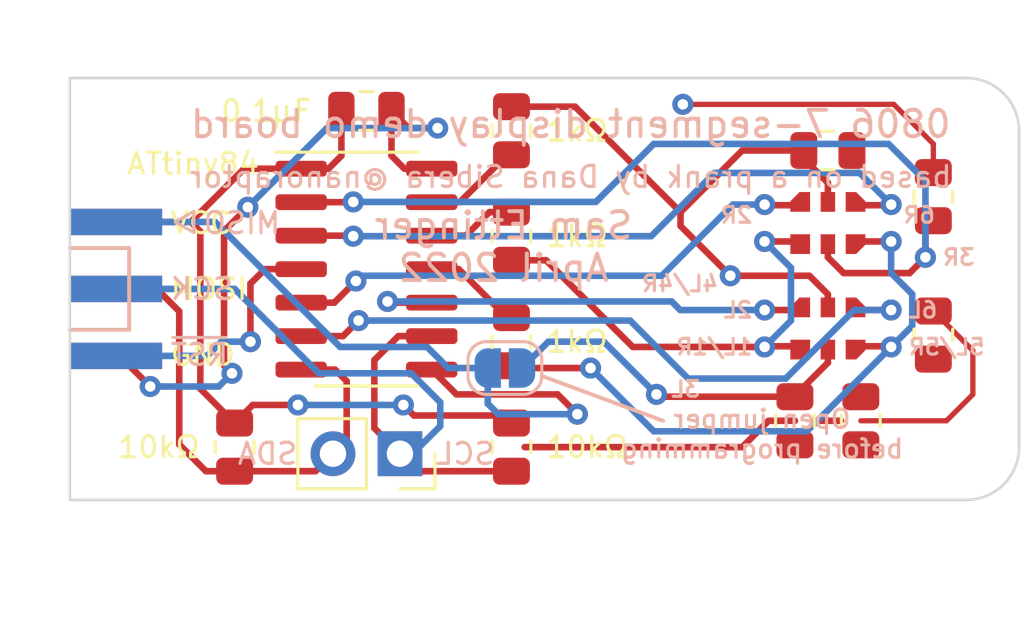
<source format=kicad_pcb>
(kicad_pcb (version 20211014) (generator pcbnew)
  (layers (0 "F.Cu" signal) (31 "B.Cu" signal) (34 "B.Paste" user) (35 "F.Paste" user) (36 "B.SilkS" user "B.Silkscreen") (37 "F.SilkS" user "F.Silkscreen") (38 "B.Mask" user) (39 "F.Mask" user) (44 "Edge.Cuts" user))
  (net 0 "")
  (net 1 "/1L{slash}1R")
  (net 2 "/2L")
  (net 3 "/EFG-1")
  (net 4 "/BCG")
  (net 5 "/3L")
  (net 6 "/4L{slash}4R")
  (net 7 "/5L{slash}5R")
  (net 8 "/EFG-2")
  (net 9 "+5V")
  (net 10 "/6L")
  (net 11 "/ISP.SCK")
  (net 12 "GNDREF")
  (net 13 "Net-(R1-Pad1)")
  (net 14 "Net-(R2-Pad1)")
  (net 15 "Net-(R3-Pad1)")
  (net 16 "/ISP.MOSI")
  (net 17 "/ISP.~{RST}")
  (net 18 "/ISP.MISO")
  (net 19 "/2R")
  (net 20 "/3R")
  (net 21 "/6R")
  (footprint "nanosegment:7seg_land_pattern" (layer "F.Cu") (at 67.5 48 90)
    (fp_text reference "D2" hide)
    (fp_text value "7_seg_0806")
    (pad "1" smd custom (at -0.675 -0.925 270) (size 0.5 0.5) (layers "F.Cu" "F.Paste" "F.Mask") (net 1 "/1L{slash}1R") (options (clearance outline) (anchor circle)) (primitives (gr_poly (pts (xy -0.25 -0.25) (xy 0.5 -0.25) (xy 0.5 0.5) (xy -0.25 0.5)) (width 0) (fill yes))))
    (pad "2" smd custom (at 0.675 -0.925 270) (size 0.5 0.5) (layers "F.Cu" "F.Paste" "F.Mask") (net 19 "/2R") (options (clearance outline) (anchor circle)) (primitives (gr_poly (pts (xy 0.25 -0.25) (xy 0.25 0.5) (xy -0.15 0.5) (xy -0.5 0.15) (xy -0.5 -0.25)) (width 0) (fill yes))))
    (pad "3" smd custom (at -0.725 0 270) (size 0.5 0.5) (layers "F.Cu" "F.Paste" "F.Mask") (net 20 "/3R") (options (clearance outline) (anchor circle)) (primitives (gr_poly (pts (xy -0.3 -0.275) (xy 0.45 -0.275) (xy 0.45 0.275) (xy -0.3 0.275)) (width 0) (fill yes))))
    (pad "4" smd custom (at 0.725 0 270) (size 0.5 0.5) (layers "F.Cu" "F.Paste" "F.Mask") (net 6 "/4L{slash}4R") (options (clearance outline) (anchor circle)) (primitives (gr_poly (pts (xy 0.3 0.275) (xy -0.45 0.275) (xy -0.45 -0.275) (xy 0.3 -0.275)) (width 0) (fill yes))))
    (pad "5" smd custom (at -0.675 0.925 270) (size 0.5 0.5) (layers "F.Cu" "F.Paste" "F.Mask") (net 7 "/5L{slash}5R") (options (clearance outline) (anchor circle)) (primitives (gr_poly (pts (xy -0.25 0.25) (xy -0.25 -0.5) (xy 0.15 -0.5) (xy 0.5 -0.15) (xy 0.5 0.25)) (width 0) (fill yes))))
    (pad "6" smd custom (at 0.675 0.925 270) (size 0.5 0.5) (layers "F.Cu" "F.Paste" "F.Mask") (net 21 "/6R") (options (clearance outline) (anchor circle)) (primitives (gr_poly (pts (xy 0.25 0.25) (xy -0.5 0.25) (xy -0.5 -0.15) (xy -0.15 -0.5) (xy 0.25 -0.5)) (width 0) (fill yes))))
  )
  (footprint "Resistor_SMD:R_0805_2012Metric" (layer "F.Cu") (at 71.5 52.25 90)
    (fp_text reference "REF**" hide)
    (fp_text value "R_0805_2012Metric")
    (fp_line (start -0.227064 -0.735) (end 0.227064 -0.735) (layer "F.SilkS") (width 0.12))
    (fp_line (start -0.227064 0.735) (end 0.227064 0.735) (layer "F.SilkS") (width 0.12))
    (pad "1" smd roundrect (at -0.9125 0 90) (size 1.025 1.4) (layers "F.Cu" "F.Paste" "F.Mask") (roundrect_rratio 0.243902439))
    (pad "2" smd roundrect (at 0.9125 0 90) (size 1.025 1.4) (layers "F.Cu" "F.Paste" "F.Mask") (roundrect_rratio 0.243902439))
  )
  (footprint "Connector_PinSocket_2.54mm:PinSocket_1x02_P2.54mm_Vertical" (layer "F.Cu") (at 51.27 56.75 -90)
    (fp_text reference "J2" hide)
    (fp_text value "Conn_01x02")
    (fp_line (start 1.33 -1.33) (end 1.33 0) (layer "F.SilkS") (width 0.12))
    (fp_line (start 1.33 1.27) (end 1.33 3.87) (layer "F.SilkS") (width 0.12))
    (fp_line (start 0 -1.33) (end 1.33 -1.33) (layer "F.SilkS") (width 0.12))
    (fp_line (start -1.33 1.27) (end -1.33 3.87) (layer "F.SilkS") (width 0.12))
    (fp_line (start -1.33 3.87) (end 1.33 3.87) (layer "F.SilkS") (width 0.12))
    (fp_line (start -1.33 1.27) (end 1.33 1.27) (layer "F.SilkS") (width 0.12))
    (pad "1" thru_hole rect (at 0 0 270) (size 1.7 1.7) (drill 1) (layers *.Cu *.Mask) (net 11 "/ISP.SCK"))
    (pad "2" thru_hole oval (at 0 2.54 270) (size 1.7 1.7) (drill 1) (layers *.Cu *.Mask) (net 16 "/ISP.MOSI"))
  )
  (footprint "Resistor_SMD:R_0805_2012Metric" (layer "F.Cu") (at 66.25 55.5 90)
    (fp_text reference "REF**" hide)
    (fp_text value "R_0805_2012Metric")
    (fp_line (start -0.227064 0.735) (end 0.227064 0.735) (layer "F.SilkS") (width 0.12))
    (fp_line (start -0.227064 -0.735) (end 0.227064 -0.735) (layer "F.SilkS") (width 0.12))
    (pad "1" smd roundrect (at -0.9125 0 90) (size 1.025 1.4) (layers "F.Cu" "F.Paste" "F.Mask") (roundrect_rratio 0.243902439))
    (pad "2" smd roundrect (at 0.9125 0 90) (size 1.025 1.4) (layers "F.Cu" "F.Paste" "F.Mask") (roundrect_rratio 0.243902439) (net 3 "/EFG-1"))
  )
  (footprint "nanosegment:7seg_land_pattern" (layer "F.Cu") (at 67.5 52 90)
    (fp_text reference "D1" hide)
    (fp_text value "7_seg_0806")
    (pad "1" smd custom (at -0.675 -0.925 270) (size 0.5 0.5) (layers "F.Cu" "F.Paste" "F.Mask") (net 1 "/1L{slash}1R") (options (clearance outline) (anchor circle)) (primitives (gr_poly (pts (xy -0.25 -0.25) (xy 0.5 -0.25) (xy 0.5 0.5) (xy -0.25 0.5)) (width 0) (fill yes))))
    (pad "2" smd custom (at 0.675 -0.925 270) (size 0.5 0.5) (layers "F.Cu" "F.Paste" "F.Mask") (net 2 "/2L") (options (clearance outline) (anchor circle)) (primitives (gr_poly (pts (xy 0.25 -0.25) (xy 0.25 0.5) (xy -0.15 0.5) (xy -0.5 0.15) (xy -0.5 -0.25)) (width 0) (fill yes))))
    (pad "3" smd custom (at -0.725 0 270) (size 0.5 0.5) (layers "F.Cu" "F.Paste" "F.Mask") (net 5 "/3L") (options (clearance outline) (anchor circle)) (primitives (gr_poly (pts (xy -0.3 -0.275) (xy 0.45 -0.275) (xy 0.45 0.275) (xy -0.3 0.275)) (width 0) (fill yes))))
    (pad "4" smd custom (at 0.725 0 270) (size 0.5 0.5) (layers "F.Cu" "F.Paste" "F.Mask") (net 6 "/4L{slash}4R") (options (clearance outline) (anchor circle)) (primitives (gr_poly (pts (xy 0.3 0.275) (xy -0.45 0.275) (xy -0.45 -0.275) (xy 0.3 -0.275)) (width 0) (fill yes))))
    (pad "5" smd custom (at -0.675 0.925 270) (size 0.5 0.5) (layers "F.Cu" "F.Paste" "F.Mask") (net 7 "/5L{slash}5R") (options (clearance outline) (anchor circle)) (primitives (gr_poly (pts (xy -0.25 0.25) (xy -0.25 -0.5) (xy 0.15 -0.5) (xy 0.5 -0.15) (xy 0.5 0.25)) (width 0) (fill yes))))
    (pad "6" smd custom (at 0.675 0.925 270) (size 0.5 0.5) (layers "F.Cu" "F.Paste" "F.Mask") (net 10 "/6L") (options (clearance outline) (anchor circle)) (primitives (gr_poly (pts (xy 0.25 0.25) (xy -0.5 0.25) (xy -0.5 -0.15) (xy -0.15 -0.5) (xy 0.25 -0.5)) (width 0) (fill yes))))
  )
  (footprint "Resistor_SMD:R_0805_2012Metric" (layer "F.Cu") (at 67.5 45.25 180)
    (fp_text reference "REF**" hide)
    (fp_text value "R_0805_2012Metric")
    (fp_line (start -0.227064 -0.735) (end 0.227064 -0.735) (layer "F.SilkS") (width 0.12))
    (fp_line (start -0.227064 0.735) (end 0.227064 0.735) (layer "F.SilkS") (width 0.12))
    (pad "1" smd roundrect (at -0.9125 0 180) (size 1.025 1.4) (layers "F.Cu" "F.Paste" "F.Mask") (roundrect_rratio 0.243902439))
    (pad "2" smd roundrect (at 0.9125 0 180) (size 1.025 1.4) (layers "F.Cu" "F.Paste" "F.Mask") (roundrect_rratio 0.243902439) (net 4 "/BCG"))
  )
  (footprint "Resistor_SMD:R_0805_2012Metric" (layer "F.Cu") (at 55.5 48.5 -90)
    (fp_text reference "R2" hide)
    (fp_text value "330Ω")
    (fp_line (start -0.227064 0.735) (end 0.227064 0.735) (layer "F.SilkS") (width 0.12))
    (fp_line (start -0.227064 -0.735) (end 0.227064 -0.735) (layer "F.SilkS") (width 0.12))
    (pad "1" smd roundrect (at -0.9125 0 270) (size 1.025 1.4) (layers "F.Cu" "F.Paste" "F.Mask") (roundrect_rratio 0.243902439) (net 14 "Net-(R2-Pad1)"))
    (pad "2" smd roundrect (at 0.9125 0 270) (size 1.025 1.4) (layers "F.Cu" "F.Paste" "F.Mask") (roundrect_rratio 0.243902439) (net 1 "/1L{slash}1R"))
  )
  (footprint "Resistor_SMD:R_0805_2012Metric" (layer "F.Cu") (at 55.5 52.5 -90)
    (fp_text reference "R3" hide)
    (fp_text value "330Ω")
    (fp_line (start -0.227064 0.735) (end 0.227064 0.735) (layer "F.SilkS") (width 0.12))
    (fp_line (start -0.227064 -0.735) (end 0.227064 -0.735) (layer "F.SilkS") (width 0.12))
    (pad "1" smd roundrect (at -0.9125 0 270) (size 1.025 1.4) (layers "F.Cu" "F.Paste" "F.Mask") (roundrect_rratio 0.243902439) (net 15 "Net-(R3-Pad1)"))
    (pad "2" smd roundrect (at 0.9125 0 270) (size 1.025 1.4) (layers "F.Cu" "F.Paste" "F.Mask") (roundrect_rratio 0.243902439) (net 7 "/5L{slash}5R"))
  )
  (footprint "Resistor_SMD:R_0805_2012Metric" (layer "F.Cu") (at 45 56.5 90)
    (fp_text reference "R5" hide)
    (fp_text value "10kΩ")
    (fp_line (start -0.227064 0.735) (end 0.227064 0.735) (layer "F.SilkS") (width 0.12))
    (fp_line (start -0.227064 -0.735) (end 0.227064 -0.735) (layer "F.SilkS") (width 0.12))
    (pad "1" smd roundrect (at -0.9125 0 90) (size 1.025 1.4) (layers "F.Cu" "F.Paste" "F.Mask") (roundrect_rratio 0.243902439) (net 16 "/ISP.MOSI"))
    (pad "2" smd roundrect (at 0.9125 0 90) (size 1.025 1.4) (layers "F.Cu" "F.Paste" "F.Mask") (roundrect_rratio 0.243902439) (net 9 "+5V"))
  )
  (footprint "Resistor_SMD:R_0805_2012Metric" (layer "F.Cu") (at 55.5 56.5 90)
    (fp_text reference "R4" hide)
    (fp_text value "10kΩ")
    (fp_line (start -0.227064 0.735) (end 0.227064 0.735) (layer "F.SilkS") (width 0.12))
    (fp_line (start -0.227064 -0.735) (end 0.227064 -0.735) (layer "F.SilkS") (width 0.12))
    (pad "1" smd roundrect (at -0.9125 0 90) (size 1.025 1.4) (layers "F.Cu" "F.Paste" "F.Mask") (roundrect_rratio 0.243902439) (net 11 "/ISP.SCK"))
    (pad "2" smd roundrect (at 0.9125 0 90) (size 1.025 1.4) (layers "F.Cu" "F.Paste" "F.Mask") (roundrect_rratio 0.243902439) (net 9 "+5V"))
  )
  (footprint "Resistor_SMD:R_0805_2012Metric" (layer "F.Cu") (at 71.5 47 90)
    (fp_text reference "REF**" hide)
    (fp_text value "R_0805_2012Metric")
    (fp_line (start -0.227064 -0.735) (end 0.227064 -0.735) (layer "F.SilkS") (width 0.12))
    (fp_line (start -0.227064 0.735) (end 0.227064 0.735) (layer "F.SilkS") (width 0.12))
    (pad "1" smd roundrect (at -0.9125 0 90) (size 1.025 1.4) (layers "F.Cu" "F.Paste" "F.Mask") (roundrect_rratio 0.243902439) (net 8 "/EFG-2"))
    (pad "2" smd roundrect (at 0.9125 0 90) (size 1.025 1.4) (layers "F.Cu" "F.Paste" "F.Mask") (roundrect_rratio 0.243902439))
  )
  (footprint "Resistor_SMD:R_0805_2012Metric" (layer "F.Cu") (at 55.5 44.5 90)
    (fp_text reference "R1" hide)
    (fp_text value "330Ω")
    (fp_line (start -0.227064 -0.735) (end 0.227064 -0.735) (layer "F.SilkS") (width 0.12))
    (fp_line (start -0.227064 0.735) (end 0.227064 0.735) (layer "F.SilkS") (width 0.12))
    (pad "1" smd roundrect (at -0.9125 0 90) (size 1.025 1.4) (layers "F.Cu" "F.Paste" "F.Mask") (roundrect_rratio 0.243902439) (net 13 "Net-(R1-Pad1)"))
    (pad "2" smd roundrect (at 0.9125 0 90) (size 1.025 1.4) (layers "F.Cu" "F.Paste" "F.Mask") (roundrect_rratio 0.243902439) (net 6 "/4L{slash}4R"))
  )
  (footprint "Package_SO:SOIC-14_3.9x8.7mm_P1.27mm" (layer "F.Cu") (at 50 49.75)
    (fp_text reference "U1" hide)
    (fp_text value "ATtiny84A-SS")
    (fp_line (start 0 -4.435) (end 1.95 -4.435) (layer "F.SilkS") (width 0.12))
    (fp_line (start 0 4.435) (end 1.95 4.435) (layer "F.SilkS") (width 0.12))
    (fp_line (start 0 -4.435) (end -3.45 -4.435) (layer "F.SilkS") (width 0.12))
    (fp_line (start 0 4.435) (end -1.95 4.435) (layer "F.SilkS") (width 0.12))
    (pad "1" smd roundrect (at -2.475 -3.81) (size 1.95 0.6) (layers "F.Cu" "F.Paste" "F.Mask") (net 9 "+5V"))
    (pad "2" smd roundrect (at -2.475 -2.54) (size 1.95 0.6) (layers "F.Cu" "F.Paste" "F.Mask") (net 20 "/3R"))
    (pad "3" smd roundrect (at -2.475 -1.27) (size 1.95 0.6) (layers "F.Cu" "F.Paste" "F.Mask") (net 21 "/6R"))
    (pad "4" smd roundrect (at -2.475 0) (size 1.95 0.6) (layers "F.Cu" "F.Paste" "F.Mask") (net 17 "/ISP.~{RST}"))
    (pad "5" smd roundrect (at -2.475 1.27) (size 1.95 0.6) (layers "F.Cu" "F.Paste" "F.Mask") (net 19 "/2R"))
    (pad "6" smd roundrect (at -2.475 2.54) (size 1.95 0.6) (layers "F.Cu" "F.Paste" "F.Mask") (net 10 "/6L"))
    (pad "7" smd roundrect (at -2.475 3.81) (size 1.95 0.6) (layers "F.Cu" "F.Paste" "F.Mask") (net 16 "/ISP.MOSI"))
    (pad "8" smd roundrect (at 2.475 3.81) (size 1.95 0.6) (layers "F.Cu" "F.Paste" "F.Mask") (net 18 "/ISP.MISO"))
    (pad "9" smd roundrect (at 2.475 2.54) (size 1.95 0.6) (layers "F.Cu" "F.Paste" "F.Mask") (net 11 "/ISP.SCK"))
    (pad "10" smd roundrect (at 2.475 1.27) (size 1.95 0.6) (layers "F.Cu" "F.Paste" "F.Mask") (net 2 "/2L"))
    (pad "11" smd roundrect (at 2.475 0) (size 1.95 0.6) (layers "F.Cu" "F.Paste" "F.Mask") (net 15 "Net-(R3-Pad1)"))
    (pad "12" smd roundrect (at 2.475 -1.27) (size 1.95 0.6) (layers "F.Cu" "F.Paste" "F.Mask") (net 14 "Net-(R2-Pad1)"))
    (pad "13" smd roundrect (at 2.475 -2.54) (size 1.95 0.6) (layers "F.Cu" "F.Paste" "F.Mask") (net 13 "Net-(R1-Pad1)"))
    (pad "14" smd roundrect (at 2.475 -3.81) (size 1.95 0.6) (layers "F.Cu" "F.Paste" "F.Mask") (net 12 "GNDREF"))
  )
  (footprint "Resistor_SMD:R_0805_2012Metric" (layer "F.Cu") (at 68.75 55.5 90)
    (fp_text reference "REF**" hide)
    (fp_text value "R_0805_2012Metric")
    (fp_line (start -0.227064 -0.735) (end 0.227064 -0.735) (layer "F.SilkS") (width 0.12))
    (fp_line (start -0.227064 0.735) (end 0.227064 0.735) (layer "F.SilkS") (width 0.12))
    (pad "1" smd roundrect (at -0.9125 0 90) (size 1.025 1.4) (layers "F.Cu" "F.Paste" "F.Mask") (roundrect_rratio 0.243902439))
    (pad "2" smd roundrect (at 0.9125 0 90) (size 1.025 1.4) (layers "F.Cu" "F.Paste" "F.Mask") (roundrect_rratio 0.243902439))
  )
  (footprint "Capacitor_SMD:C_0805_2012Metric" (layer "F.Cu") (at 50 43.75)
    (fp_text reference "C1" hide)
    (fp_text value "0.1μF")
    (fp_line (start -0.261252 -0.735) (end 0.261252 -0.735) (layer "F.SilkS") (width 0.12))
    (fp_line (start -0.261252 0.735) (end 0.261252 0.735) (layer "F.SilkS") (width 0.12))
    (pad "1" smd roundrect (at -0.95 0) (size 1 1.45) (layers "F.Cu" "F.Paste" "F.Mask") (net 9 "+5V"))
    (pad "2" smd roundrect (at 0.95 0) (size 1 1.45) (layers "F.Cu" "F.Paste" "F.Mask") (net 12 "GNDREF"))
  )
  (footprint "nanosegment:IDC_header_2x03_P2.54mm_edge-mount" (layer "B.Cu") (at 38.75 50.5)
    (fp_text reference "J1" hide)
    (fp_text value "AVR-ISP-6" hide)
    (fp_line (start 4.7 -2.14) (end 4.7 -2.94) (layer "B.SilkS") (width 0.12))
    (fp_line (start 4.7 -2.94) (end 4 -2.54) (layer "B.SilkS") (width 0.12))
    (fp_line (start 4 -2.54) (end 4.7 -2.14) (layer "B.SilkS") (width 0.12))
    (pad "1" smd rect (at 1.75 -2.54) (size 3.5 1) (layers "B.Cu" "B.Paste" "B.Mask") (net 18 "/ISP.MISO"))
    (pad "2" smd rect (at 1.75 -2.54) (size 3.5 1) (layers "F.Cu" "F.Paste" "F.Mask") (net 9 "+5V"))
    (pad "3" smd rect (at 1.75 0) (size 3.5 1) (layers "B.Cu" "B.Paste" "B.Mask") (net 11 "/ISP.SCK"))
    (pad "4" smd rect (at 1.75 0) (size 3.5 1) (layers "F.Cu" "F.Paste" "F.Mask") (net 16 "/ISP.MOSI"))
    (pad "5" smd rect (at 1.75 2.54) (size 3.5 1) (layers "B.Cu" "B.Paste" "B.Mask") (net 17 "/ISP.~{RST}"))
    (pad "6" smd rect (at 1.75 2.54) (size 3.5 1) (layers "F.Cu" "F.Paste" "F.Mask") (net 12 "GNDREF"))
  )
  (footprint "Jumper:SolderJumper-2_P1.3mm_Open_RoundedPad1.0x1.5mm" (layer "B.Cu") (at 55.25 53.5)
    (fp_text reference "JP1" hide)
    (fp_text value "Jumper_2_Open")
    (fp_line (start 1.4 0.3) (end 1.4 -0.3) (layer "B.SilkS") (width 0.12))
    (fp_line (start -1.4 -0.3) (end -1.4 0.3) (layer "B.SilkS") (width 0.12))
    (fp_line (start -0.7 1) (end 0.7 1) (layer "B.SilkS") (width 0.12))
    (fp_line (start 0.7 -1) (end -0.7 -1) (layer "B.SilkS") (width 0.12))
    (fp_arc (start -0.7 1) (mid -1.194975 0.794975) (end -1.4 0.3) (layer "B.SilkS") (width 0.12))
    (fp_arc (start 0.7 -1) (mid 1.194975 -0.794975) (end 1.4 -0.3) (layer "B.SilkS") (width 0.12))
    (fp_arc (start 1.4 0.3) (mid 1.194975 0.794975) (end 0.7 1) (layer "B.SilkS") (width 0.12))
    (fp_arc (start -1.4 -0.3) (mid -1.194975 -0.794975) (end -0.7 -1) (layer "B.SilkS") (width 0.12))
    (pad "1" smd custom (at -0.65 0) (size 1 0.5) (layers "B.Cu" "B.Mask") (net 18 "/ISP.MISO") (options (clearance outline) (anchor rect)) (primitives (gr_circle (center 0 -0.25) (end 0.5 -0.25) (width 0) (fill yes)) (gr_circle (center 0 0.25) (end 0.5 0.25) (width 0) (fill yes)) (gr_poly (pts (xy 0.5 -0.75) (xy 0 -0.75) (xy 0 0.75) (xy 0.5 0.75)) (width 0) (fill yes))))
    (pad "2" smd custom (at 0.65 0) (size 1 0.5) (layers "B.Cu" "B.Mask") (net 5 "/3L") (options (clearance outline) (anchor rect)) (primitives (gr_circle (center 0 -0.25) (end 0.5 -0.25) (width 0) (fill yes)) (gr_circle (center 0 0.25) (end 0.5 0.25) (width 0) (fill yes)) (gr_poly (pts (xy 0 -0.75) (xy -0.5 -0.75) (xy -0.5 0.75) (xy 0 0.75)) (width 0) (fill yes))))
  )
  (gr_line (start 41 52.05) (end 38.75 52.05) (layer "B.SilkS") (width 0.15))
  (gr_line (start 38.75 48.95) (end 41 48.95) (layer "B.SilkS") (width 0.15))
  (gr_line (start 41 48.95) (end 41 52.05) (layer "B.SilkS") (width 0.15))
  (gr_line (start 61.25 55.5) (end 56.65 53.8) (layer "B.SilkS") (width 0.15))
  (gr_line (start 72.75 58.500001) (end 38.75 58.5) (layer "Edge.Cuts") (width 0.1))
  (gr_arc (start 74.750001 56.5) (mid 74.164214 57.914214) (end 72.75 58.500001) (layer "Edge.Cuts") (width 0.1))
  (gr_line (start 74.75 44.5) (end 74.750001 56.5) (layer "Edge.Cuts") (width 0.1))
  (gr_line (start 38.75 58.5) (end 38.75 42.499999) (layer "Edge.Cuts") (width 0.1))
  (gr_line (start 38.75 42.499999) (end 72.75 42.5) (layer "Edge.Cuts") (width 0.1))
  (gr_arc (start 72.75 42.5) (mid 74.164214 43.085786) (end 74.75 44.5) (layer "Edge.Cuts") (width 0.1))
  (gr_text "6L" (at 70.5 51.3) (layer "B.SilkS") (effects (font (size 0.6 0.6) (thickness 0.12)) (justify right mirror)))
  (gr_text "based on a prank by Dana Sibera @nanoraptor" (at 57.75 46.25) (layer "B.SilkS") (effects (font (size 0.8 0.8) (thickness 0.12)) (justify mirror)))
  (gr_text "SDA" (at 46.25 56.75) (layer "B.SilkS") (effects (font (size 0.8 0.8) (thickness 0.12)) (justify mirror)))
  (gr_text "~{RST}" (at 42.5 53) (layer "B.SilkS") (effects (font (size 0.8 0.8) (thickness 0.12)) (justify right mirror)))
  (gr_text "6R" (at 70.3 47.7) (layer "B.SilkS") (effects (font (size 0.6 0.6) (thickness 0.12)) (justify right mirror)))
  (gr_text "3L" (at 61.5 54.3) (layer "B.SilkS") (effects (font (size 0.6 0.6) (thickness 0.12)) (justify right mirror)))
  (gr_text "5L/5R" (at 70.5 52.7) (layer "B.SilkS") (effects (font (size 0.6 0.6) (thickness 0.12)) (justify right mirror)))
  (gr_text "MISO" (at 43.75 48) (layer "B.SilkS") (effects (font (size 0.8 0.8) (thickness 0.12)) (justify right mirror)))
  (gr_text "SCK" (at 42.5 50.5) (layer "B.SilkS") (effects (font (size 0.8 0.8) (thickness 0.12)) (justify right mirror)))
  (gr_text "1L/1R" (at 64.7 52.7) (layer "B.SilkS") (effects (font (size 0.6 0.6) (thickness 0.12)) (justify left mirror)))
  (gr_text "3R" (at 71.8 49.3) (layer "B.SilkS") (effects (font (size 0.6 0.6) (thickness 0.12)) (justify right mirror)))
  (gr_text "SCL" (at 53.75 56.75) (layer "B.SilkS") (effects (font (size 0.8 0.8) (thickness 0.12)) (justify mirror)))
  (gr_text "4L/4R" (at 63.4 50.3) (layer "B.SilkS") (effects (font (size 0.6 0.6) (thickness 0.12)) (justify left mirror)))
  (gr_text "2L" (at 64.7 51.3) (layer "B.SilkS") (effects (font (size 0.6 0.6) (thickness 0.12)) (justify left mirror)))
  (gr_text "2R" (at 64.7 47.7) (layer "B.SilkS") (effects (font (size 0.6 0.6) (thickness 0.12)) (justify left mirror)))
  (gr_text "0806 7-segment display demo board" (at 57.75 44.25) (layer "B.SilkS") (effects (font (size 1 1)) (justify mirror)))
  (gr_text "Sam Ettinger\nApril 2022" (at 55.2 48.9) (layer "B.SilkS") (effects (font (size 1 1)) (justify mirror)))
  (gr_text "Open jumper\nbefore programming" (at 65 56) (layer "B.SilkS") (effects (font (size 0.7 0.7) (thickness 0.12)) (justify mirror)))
  (gr_text "ATtiny84" (at 46 45.75) (layer "F.SilkS") (effects (font (size 0.8 0.8) (thickness 0.12)) (justify right)))
  (gr_text "1kΩ" (at 56.75 44.5) (layer "F.SilkS") (effects (font (size 0.8 0.8) (thickness 0.12)) (justify left)))
  (gr_text "10kΩ" (at 56.75 56.5) (layer "F.SilkS") (effects (font (size 0.8 0.8) (thickness 0.12)) (justify left)))
  (gr_text "GND" (at 42.5 53) (layer "F.SilkS") (effects (font (size 0.8 0.8) (thickness 0.12)) (justify left)))
  (gr_text "1kΩ" (at 56.75 52.5) (layer "F.SilkS") (effects (font (size 0.8 0.8) (thickness 0.12)) (justify left)))
  (gr_text "0.1μF" (at 48 43.75) (layer "F.SilkS") (effects (font (size 0.8 0.8) (thickness 0.12)) (justify right)))
  (gr_text "VCC" (at 42.5 48) (layer "F.SilkS") (effects (font (size 0.8 0.8) (thickness 0.12)) (justify left)))
  (gr_text "MOSI" (at 42.5 50.5) (layer "F.SilkS") (effects (font (size 0.8 0.8) (thickness 0.12)) (justify left)))
  (gr_text "1kΩ" (at 56.75 48.5) (layer "F.SilkS") (effects (font (size 0.8 0.8) (thickness 0.12)) (justify left)))
  (gr_text "10kΩ" (at 43.75 56.5) (layer "F.SilkS") (effects (font (size 0.8 0.8) (thickness 0.12)) (justify right)))
  (segment (start 71.5 51.3375) (end 73 52.8375) (width 0.2) (layer "F.Cu") (net 0))
  (segment (start 70 43.5) (end 62 43.5) (width 0.2) (layer "F.Cu") (net 0))
  (segment (start 71.5 45) (end 70 43.5) (width 0.2) (layer "F.Cu") (net 0))
  (segment (start 65.25 55.5) (end 64.25 56.5) (width 0.25) (layer "F.Cu") (net 0))
  (segment (start 73 52.8375) (end 73 54.5) (width 0.2) (layer "F.Cu") (net 0))
  (segment (start 68 55.5) (end 67 55.5) (width 0.25) (layer "F.Cu") (net 0))
  (segment (start 72 55.5) (end 68.75 55.5) (width 0.2) (layer "F.Cu") (net 0))
  (segment (start 66.25 55.5) (end 65.25 55.5) (width 0.25) (layer "F.Cu") (net 0))
  (segment (start 73 54.5) (end 72 55.5) (width 0.2) (layer "F.Cu") (net 0))
  (segment (start 64.25 56.5) (end 56 56.5) (width 0.25) (layer "F.Cu") (net 0))
  (segment (start 71.5 46.0875) (end 71.5 45) (width 0.2) (layer "F.Cu") (net 0))
  (via (at 62 43.5) (size 0.8) (drill 0.4) (layers "F.Cu" "B.Cu") (net 0))
  (segment (start 65.1 52.7) (end 60.1 52.7) (width 0.25) (layer "F.Cu") (net 1))
  (segment (start 65.125 52.675) (end 65.1 52.7) (width 0.25) (layer "F.Cu") (net 1))
  (segment (start 66.575 52.675) (end 65.125 52.675) (width 0.25) (layer "F.Cu") (net 1))
  (segment (start 65.1 48.7) (end 66.55 48.7) (width 0.25) (layer "F.Cu") (net 1))
  (segment (start 66.55 48.7) (end 66.575 48.675) (width 0.25) (layer "F.Cu") (net 1))
  (segment (start 60.1 52.7) (end 56.8125 49.4125) (width 0.25) (layer "F.Cu") (net 1))
  (segment (start 56.8125 49.4125) (end 55.5 49.4125) (width 0.25) (layer "F.Cu") (net 1))
  (via (at 65.1 52.7) (size 0.8) (drill 0.4) (layers "F.Cu" "B.Cu") (net 1))
  (via (at 65.1 48.7) (size 0.8) (drill 0.4) (layers "F.Cu" "B.Cu") (net 1))
  (segment (start 66.1 51.7) (end 66.1 49.7) (width 0.25) (layer "B.Cu") (net 1))
  (segment (start 66.1 49.7) (end 65.1 48.7) (width 0.25) (layer "B.Cu") (net 1))
  (segment (start 65.1 52.7) (end 66.1 51.7) (width 0.25) (layer "B.Cu") (net 1))
  (segment (start 65.1 51.3) (end 66.55 51.3) (width 0.25) (layer "F.Cu") (net 2))
  (segment (start 52.475 51.02) (end 50.8445 51.02) (width 0.25) (layer "F.Cu") (net 2))
  (segment (start 66.55 51.3) (end 66.575 51.325) (width 0.25) (layer "F.Cu") (net 2))
  (segment (start 50.8445 51.02) (end 50.8 50.9755) (width 0.25) (layer "F.Cu") (net 2))
  (via (at 50.8 50.9755) (size 0.8) (drill 0.4) (layers "F.Cu" "B.Cu") (net 2))
  (via (at 65.1 51.3) (size 0.8) (drill 0.4) (layers "F.Cu" "B.Cu") (net 2))
  (segment (start 65.1 51.3) (end 61.9 51.3) (width 0.25) (layer "B.Cu") (net 2))
  (segment (start 61.5755 50.9755) (end 50.8 50.9755) (width 0.25) (layer "B.Cu") (net 2))
  (segment (start 61.9 51.3) (end 61.5755 50.9755) (width 0.25) (layer "B.Cu") (net 2))
  (segment (start 67.5 53.299999) (end 66.299999 54.5) (width 0.25) (layer "F.Cu") (net 5))
  (segment (start 61.0875 54.5875) (end 61 54.5) (width 0.25) (layer "F.Cu") (net 5))
  (segment (start 66.25 54.5875) (end 61.0875 54.5875) (width 0.25) (layer "F.Cu") (net 5))
  (segment (start 67.5 52.725) (end 67.5 53.299999) (width 0.25) (layer "F.Cu") (net 5))
  (via (at 61 54.5) (size 0.8) (drill 0.4) (layers "F.Cu" "B.Cu") (net 5))
  (segment (start 61 54.5) (end 59 52.5) (width 0.25) (layer "B.Cu") (net 5))
  (segment (start 56.9 52.5) (end 55.9 53.5) (width 0.25) (layer "B.Cu") (net 5))
  (segment (start 59 52.5) (end 56.9 52.5) (width 0.25) (layer "B.Cu") (net 5))
  (segment (start 66.5875 45.5625) (end 66.5875 45.25) (width 0.25) (layer "F.Cu") (net 6))
  (segment (start 66.5875 45.25) (end 64.25 45.25) (width 0.25) (layer "F.Cu") (net 6))
  (segment (start 67.5 50.7) (end 66.8 50) (width 0.25) (layer "F.Cu") (net 6))
  (segment (start 67.5 47.275) (end 67.5 46.475) (width 0.25) (layer "F.Cu") (net 6))
  (segment (start 61.9125 47.5875) (end 61.9125 48.1125) (width 0.25) (layer "F.Cu") (net 6))
  (segment (start 66.8 50) (end 63.8 50) (width 0.25) (layer "F.Cu") (net 6))
  (segment (start 64.25 45.25) (end 61.9125 47.5875) (width 0.25) (layer "F.Cu") (net 6))
  (segment (start 55.5 43.5875) (end 57.9125 43.5875) (width 0.25) (layer "F.Cu") (net 6))
  (segment (start 67.5 46.475) (end 66.5875 45.5625) (width 0.25) (layer "F.Cu") (net 6))
  (segment (start 67.5 51.275) (end 67.5 50.7) (width 0.25) (layer "F.Cu") (net 6))
  (segment (start 57.9125 43.5875) (end 61.9125 47.5875) (width 0.25) (layer "F.Cu") (net 6))
  (segment (start 61.9125 48.1125) (end 63.8 50) (width 0.25) (layer "F.Cu") (net 6))
  (via (at 63.8 50) (size 0.8) (drill 0.4) (layers "F.Cu" "B.Cu") (net 6))
  (segment (start 68.45 48.7) (end 68.425 48.675) (width 0.25) (layer "F.Cu") (net 7))
  (segment (start 55.5875 53.5) (end 58.5 53.5) (width 0.25) (layer "F.Cu") (net 7))
  (segment (start 55.5 53.4125) (end 55.5875 53.5) (width 0.25) (layer "F.Cu") (net 7))
  (segment (start 68.425 52.675) (end 69.875 52.675) (width 0.25) (layer "F.Cu") (net 7))
  (segment (start 69.875 52.675) (end 69.9 52.7) (width 0.25) (layer "F.Cu") (net 7))
  (segment (start 69.9 48.7) (end 68.45 48.7) (width 0.25) (layer "F.Cu") (net 7))
  (via (at 69.9 52.7) (size 0.8) (drill 0.4) (layers "F.Cu" "B.Cu") (net 7))
  (via (at 69.9 48.7) (size 0.8) (drill 0.4) (layers "F.Cu" "B.Cu") (net 7))
  (via (at 58.5 53.5) (size 0.8) (drill 0.4) (layers "F.Cu" "B.Cu") (net 7))
  (segment (start 70.7 50.7) (end 69.9 49.9) (width 0.25) (layer "B.Cu") (net 7))
  (segment (start 69.9 49.9) (end 69.9 48.7) (width 0.25) (layer "B.Cu") (net 7))
  (segment (start 69.9 52.7) (end 66.7 55.9) (width 0.25) (layer "B.Cu") (net 7))
  (segment (start 60.9 55.9) (end 58.5 53.5) (width 0.25) (layer "B.Cu") (net 7))
  (segment (start 66.7 55.9) (end 60.9 55.9) (width 0.25) (layer "B.Cu") (net 7))
  (segment (start 70.7 51.9) (end 70.7 50.7) (width 0.25) (layer "B.Cu") (net 7))
  (segment (start 69.9 52.7) (end 70.7 51.9) (width 0.25) (layer "B.Cu") (net 7))
  (segment (start 49.05 43.75) (end 49.05 45.45) (width 0.25) (layer "F.Cu") (net 9))
  (segment (start 45.36 45.94) (end 47.525 45.94) (width 0.25) (layer "F.Cu") (net 9))
  (segment (start 45 55.5875) (end 43.7 54.2875) (width 0.25) (layer "F.Cu") (net 9))
  (segment (start 51.800489 55.300489) (end 51.4 54.9) (width 0.25) (layer "F.Cu") (net 9))
  (segment (start 43.34 47.96) (end 45.36 45.94) (width 0.25) (layer "F.Cu") (net 9))
  (segment (start 45.6875 54.9) (end 47.4 54.9) (width 0.25) (layer "F.Cu") (net 9))
  (segment (start 43.7 48.32) (end 43.34 47.96) (width 0.25) (layer "F.Cu") (net 9))
  (segment (start 55.5 55.5875) (end 55.212989 55.300489) (width 0.25) (layer "F.Cu") (net 9))
  (segment (start 45 55.5875) (end 45.6875 54.9) (width 0.25) (layer "F.Cu") (net 9))
  (segment (start 49.05 45.45) (end 48.56 45.94) (width 0.25) (layer "F.Cu") (net 9))
  (segment (start 48.56 45.94) (end 47.525 45.94) (width 0.25) (layer "F.Cu") (net 9))
  (segment (start 55.212989 55.300489) (end 51.800489 55.300489) (width 0.25) (layer "F.Cu") (net 9))
  (segment (start 43.7 54.2875) (end 43.7 48.32) (width 0.25) (layer "F.Cu") (net 9))
  (segment (start 43.34 47.96) (end 40.5 47.96) (width 0.25) (layer "F.Cu") (net 9))
  (via (at 51.4 54.9) (size 0.8) (drill 0.4) (layers "F.Cu" "B.Cu") (net 9))
  (via (at 47.4 54.9) (size 0.8) (drill 0.4) (layers "F.Cu" "B.Cu") (net 9))
  (segment (start 47.4 54.9) (end 51.4 54.9) (width 0.25) (layer "B.Cu") (net 9))
  (segment (start 49.11 52.29) (end 49.7 51.7) (width 0.25) (layer "F.Cu") (net 10))
  (segment (start 47.525 52.29) (end 49.11 52.29) (width 0.25) (layer "F.Cu") (net 10))
  (segment (start 68.45 51.3) (end 68.425 51.325) (width 0.25) (layer "F.Cu") (net 10))
  (segment (start 69.9 51.3) (end 68.45 51.3) (width 0.25) (layer "F.Cu") (net 10))
  (via (at 49.7 51.7) (size 0.8) (drill 0.4) (layers "F.Cu" "B.Cu") (net 10))
  (via (at 69.9 51.3) (size 0.8) (drill 0.4) (layers "F.Cu" "B.Cu") (net 10))
  (segment (start 68.5 51.3) (end 65.9 53.9) (width 0.25) (layer "B.Cu") (net 10))
  (segment (start 62.2 53.9) (end 60 51.7) (width 0.25) (layer "B.Cu") (net 10))
  (segment (start 60 51.7) (end 49.7 51.7) (width 0.25) (layer "B.Cu") (net 10))
  (segment (start 65.9 53.9) (end 62.2 53.9) (width 0.25) (layer "B.Cu") (net 10))
  (segment (start 69.9 51.3) (end 68.5 51.3) (width 0.25) (layer "B.Cu") (net 10))
  (segment (start 51.21 52.29) (end 50.3 53.2) (width 0.25) (layer "F.Cu") (net 11))
  (segment (start 51.9325 57.4125) (end 51.27 56.75) (width 0.25) (layer "F.Cu") (net 11))
  (segment (start 52.475 52.29) (end 51.21 52.29) (width 0.25) (layer "F.Cu") (net 11))
  (segment (start 50.3 55.78) (end 51.27 56.75) (width 0.25) (layer "F.Cu") (net 11))
  (segment (start 50.3 53.2) (end 50.3 55.78) (width 0.25) (layer "F.Cu") (net 11))
  (segment (start 55.5 57.4125) (end 51.9325 57.4125) (width 0.25) (layer "F.Cu") (net 11))
  (segment (start 52.8 55.7) (end 51.75 56.75) (width 0.25) (layer "B.Cu") (net 11))
  (segment (start 40.5 50.5) (end 45 50.5) (width 0.25) (layer "B.Cu") (net 11))
  (segment (start 51.7 53.7) (end 52.8 54.8) (width 0.25) (layer "B.Cu") (net 11))
  (segment (start 52.8 54.8) (end 52.8 55.7) (width 0.25) (layer "B.Cu") (net 11))
  (segment (start 51.75 56.75) (end 51.27 56.75) (width 0.25) (layer "B.Cu") (net 11))
  (segment (start 48.2 53.7) (end 51.7 53.7) (width 0.25) (layer "B.Cu") (net 11))
  (segment (start 45 50.5) (end 48.2 53.7) (width 0.25) (layer "B.Cu") (net 11))
  (segment (start 41.8 54.2) (end 40.64 53.04) (width 0.25) (layer "F.Cu") (net 12))
  (segment (start 40.64 53.04) (end 40.5 53.04) (width 0.25) (layer "F.Cu") (net 12))
  (segment (start 51.6 44.4) (end 50.95 43.75) (width 0.25) (layer "F.Cu") (net 12))
  (segment (start 50.95 43.75) (end 50.95 45.45) (width 0.25) (layer "F.Cu") (net 12))
  (segment (start 51.44 45.94) (end 52.475 45.94) (width 0.25) (layer "F.Cu") (net 12))
  (segment (start 45.5 47.4) (end 44.6 48.3) (width 0.25) (layer "F.Cu") (net 12))
  (segment (start 50.95 45.45) (end 51.44 45.94) (width 0.25) (layer "F.Cu") (net 12))
  (segment (start 52.7 44.4) (end 51.6 44.4) (width 0.25) (layer "F.Cu") (net 12))
  (segment (start 44.6 48.3) (end 44.6 53.4) (width 0.25) (layer "F.Cu") (net 12))
  (segment (start 44.6 53.4) (end 44.9 53.7) (width 0.25) (layer "F.Cu") (net 12))
  (via (at 41.8 54.2) (size 0.8) (drill 0.4) (layers "F.Cu" "B.Cu") (net 12))
  (via (at 45.5 47.4) (size 0.8) (drill 0.4) (layers "F.Cu" "B.Cu") (net 12))
  (via (at 44.9 53.7) (size 0.8) (drill 0.4) (layers "F.Cu" "B.Cu") (net 12))
  (via (at 52.7 44.4) (size 0.8) (drill 0.4) (layers "F.Cu" "B.Cu") (net 12))
  (segment (start 44.9 53.7) (end 44.4 54.2) (width 0.25) (layer "B.Cu") (net 12))
  (segment (start 52.7 44.4) (end 48.5 44.4) (width 0.25) (layer "B.Cu") (net 12))
  (segment (start 44.4 54.2) (end 41.8 54.2) (width 0.25) (layer "B.Cu") (net 12))
  (segment (start 48.5 44.4) (end 45.5 47.4) (width 0.25) (layer "B.Cu") (net 12))
  (segment (start 55.3375 45.4125) (end 55.5 45.4125) (width 0.25) (layer "F.Cu") (net 13))
  (segment (start 53.54 47.21) (end 55.3375 45.4125) (width 0.25) (layer "F.Cu") (net 13))
  (segment (start 52.475 47.21) (end 53.54 47.21) (width 0.25) (layer "F.Cu") (net 13))
  (segment (start 54.6625 47.5875) (end 53.77 48.48) (width 0.25) (layer "F.Cu") (net 14))
  (segment (start 53.77 48.48) (end 52.475 48.48) (width 0.25) (layer "F.Cu") (net 14))
  (segment (start 55.5 47.5875) (end 54.6625 47.5875) (width 0.25) (layer "F.Cu") (net 14))
  (segment (start 53.5 49.75) (end 52.475 49.75) (width 0.25) (layer "F.Cu") (net 15))
  (segment (start 55.3375 51.5875) (end 53.5 49.75) (width 0.25) (layer "F.Cu") (net 15))
  (segment (start 55.5 51.5875) (end 55.3375 51.5875) (width 0.25) (layer "F.Cu") (net 15))
  (segment (start 42.9 56.4) (end 43.9125 57.4125) (width 0.25) (layer "F.Cu") (net 16))
  (segment (start 48.81 53.56) (end 49.25 54) (width 0.25) (layer "F.Cu") (net 16))
  (segment (start 42.9 51.35) (end 42.9 56.4) (width 0.25) (layer "F.Cu") (net 16))
  (segment (start 45 57.4125) (end 48.0675 57.4125) (width 0.25) (layer "F.Cu") (net 16))
  (segment (start 42.05 50.5) (end 42.9 51.35) (width 0.25) (layer "F.Cu") (net 16))
  (segment (start 49.25 54) (end 49.25 56.23) (width 0.25) (layer "F.Cu") (net 16))
  (segment (start 43.9125 57.4125) (end 45 57.4125) (width 0.25) (layer "F.Cu") (net 16))
  (segment (start 47.525 53.56) (end 48.81 53.56) (width 0.25) (layer "F.Cu") (net 16))
  (segment (start 48.0675 57.4125) (end 48.73 56.75) (width 0.25) (layer "F.Cu") (net 16))
  (segment (start 40.5 50.5) (end 42.05 50.5) (width 0.25) (layer "F.Cu") (net 16))
  (segment (start 49.25 56.23) (end 48.73 56.75) (width 0.25) (layer "F.Cu") (net 16))
  (segment (start 45.6 50.3) (end 45.6 52.5) (width 0.25) (layer "F.Cu") (net 17))
  (segment (start 46.15 49.75) (end 45.6 50.3) (width 0.25) (layer "F.Cu") (net 17))
  (segment (start 47.525 49.75) (end 46.15 49.75) (width 0.25) (layer "F.Cu") (net 17))
  (via (at 45.6 52.5) (size 0.8) (drill 0.4) (layers "F.Cu" "B.Cu") (net 17))
  (segment (start 45.56 52.54) (end 45.6 52.5) (width 0.25) (layer "B.Cu") (net 17))
  (segment (start 44.5 52.5) (end 43.96 53.04) (width 0.25) (layer "B.Cu") (net 17))
  (segment (start 43.96 53.04) (end 40.5 53.04) (width 0.25) (layer "B.Cu") (net 17))
  (segment (start 45.6 52.5) (end 44.5 52.5) (width 0.25) (layer "B.Cu") (net 17))
  (segment (start 53.415 54.5) (end 57.25 54.5) (width 0.25) (layer "F.Cu") (net 18))
  (segment (start 57.25 54.5) (end 58 55.25) (width 0.25) (layer "F.Cu") (net 18))
  (segment (start 52.475 53.56) (end 53.415 54.5) (width 0.25) (layer "F.Cu") (net 18))
  (via (at 58 55.25) (size 0.8) (drill 0.4) (layers "F.Cu" "B.Cu") (net 18))
  (segment (start 52.3 52.7) (end 53.1 53.5) (width 0.25) (layer "B.Cu") (net 18))
  (segment (start 44.26 47.96) (end 40.5 47.96) (width 0.25) (layer "B.Cu") (net 18))
  (segment (start 55 55.25) (end 58 55.25) (width 0.25) (layer "B.Cu") (net 18))
  (segment (start 49 52.7) (end 44.26 47.96) (width 0.25) (layer "B.Cu") (net 18))
  (segment (start 52.3 52.7) (end 49 52.7) (width 0.25) (layer "B.Cu") (net 18))
  (segment (start 54.6 53.5) (end 54.6 54.85) (width 0.25) (layer "B.Cu") (net 18))
  (segment (start 54.6 54.85) (end 55 55.25) (width 0.25) (layer "B.Cu") (net 18))
  (segment (start 53.1 53.5) (end 54.6 53.5) (width 0.25) (layer "B.Cu") (net 18))
  (segment (start 47.525 51.02) (end 48.78 51.02) (width 0.25) (layer "F.Cu") (net 19))
  (segment (start 66.575 47.325) (end 65.125 47.325) (width 0.25) (layer "F.Cu") (net 19))
  (segment (start 48.78 51.02) (end 49.6 50.2) (width 0.25) (layer "F.Cu") (net 19))
  (segment (start 65.125 47.325) (end 65.1 47.3) (width 0.25) (layer "F.Cu") (net 19))
  (via (at 65.1 47.3) (size 0.8) (drill 0.4) (layers "F.Cu" "B.Cu") (net 19))
  (via (at 49.6 50.2) (size 0.8) (drill 0.4) (layers "F.Cu" "B.Cu") (net 19))
  (segment (start 49.8 50) (end 49.6 50.2) (width 0.25) (layer "B.Cu") (net 19))
  (segment (start 63.9 47.3) (end 61.2 50) (width 0.25) (layer "B.Cu") (net 19))
  (segment (start 65.1 47.3) (end 63.9 47.3) (width 0.25) (layer "B.Cu") (net 19))
  (segment (start 61.2 50) (end 49.8 50) (width 0.25) (layer "B.Cu") (net 19))
  (segment (start 67.5 48.725) (end 67.5 49.3) (width 0.25) (layer "F.Cu") (net 20))
  (segment (start 68.1 49.9) (end 70.6 49.9) (width 0.25) (layer "F.Cu") (net 20))
  (segment (start 47.525 47.21) (end 49.49 47.21) (width 0.25) (layer "F.Cu") (net 20))
  (segment (start 49.49 47.21) (end 49.5 47.2) (width 0.25) (layer "F.Cu") (net 20))
  (segment (start 71.5 47.9125) (end 71.2 48.2125) (width 0.25) (layer "F.Cu") (net 20))
  (segment (start 71.2 48.2125) (end 71.2 49.3) (width 0.25) (layer "F.Cu") (net 20))
  (segment (start 67.5 49.3) (end 68.1 49.9) (width 0.25) (layer "F.Cu") (net 20))
  (segment (start 70.6 49.9) (end 71.2 49.3) (width 0.25) (layer "F.Cu") (net 20))
  (via (at 49.5 47.2) (size 0.8) (drill 0.4) (layers "F.Cu" "B.Cu") (net 20))
  (via (at 71.2 49.3) (size 0.8) (drill 0.4) (layers "F.Cu" "B.Cu") (net 20))
  (segment (start 49.5 47.2) (end 58.7 47.2) (width 0.25) (layer "B.Cu") (net 20))
  (segment (start 58.7 47.2) (end 60.9 45) (width 0.25) (layer "B.Cu") (net 20))
  (segment (start 60.9 45) (end 69.8 45) (width 0.25) (layer "B.Cu") (net 20))
  (segment (start 69.8 45) (end 71.2 46.4) (width 0.25) (layer "B.Cu") (net 20))
  (segment (start 71.2 46.4) (end 71.2 49.3) (width 0.25) (layer "B.Cu") (net 20))
  (segment (start 47.525 48.48) (end 49.48 48.48) (width 0.25) (layer "F.Cu") (net 21))
  (segment (start 69.875 47.325) (end 69.9 47.3) (width 0.25) (layer "F.Cu") (net 21))
  (segment (start 68.425 47.325) (end 69.875 47.325) (width 0.25) (layer "F.Cu") (net 21))
  (segment (start 49.48 48.48) (end 49.5 48.5) (width 0.25) (layer "F.Cu") (net 21))
  (via (at 69.9 47.3) (size 0.8) (drill 0.4) (layers "F.Cu" "B.Cu") (net 21))
  (via (at 49.5 48.5) (size 0.8) (drill 0.4) (layers "F.Cu" "B.Cu") (net 21))
  (segment (start 69.9 47.3) (end 68.7 46.1) (width 0.25) (layer "B.Cu") (net 21))
  (segment (start 68.7 46.1) (end 63.2 46.1) (width 0.25) (layer "B.Cu") (net 21))
  (segment (start 60.8 48.5) (end 49.5 48.5) (width 0.25) (layer "B.Cu") (net 21))
  (segment (start 63.2 46.1) (end 60.8 48.5) (width 0.25) (layer "B.Cu") (net 21))
)
</source>
